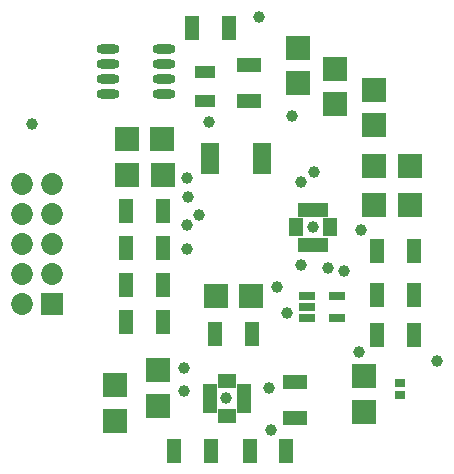
<source format=gts>
G04*
G04 #@! TF.GenerationSoftware,Altium Limited,Altium Designer,23.4.1 (23)*
G04*
G04 Layer_Color=8388736*
%FSLAX44Y44*%
%MOMM*%
G71*
G04*
G04 #@! TF.SameCoordinates,64D97932-1E9C-4803-83F2-7C732265FDC7*
G04*
G04*
G04 #@! TF.FilePolarity,Negative*
G04*
G01*
G75*
%ADD21R,1.8000X1.0000*%
%ADD29R,0.9032X0.8032*%
%ADD30R,2.0432X2.0032*%
%ADD31R,0.5032X1.2032*%
%ADD32R,1.2032X0.5032*%
%ADD33O,1.9532X0.8032*%
%ADD34R,2.0032X2.0432*%
%ADD35R,1.3532X0.8032*%
%ADD36R,1.6032X0.6532*%
%ADD37R,1.2032X2.0032*%
%ADD38R,2.0032X1.2032*%
%ADD39R,0.5032X1.3032*%
%ADD40R,1.3032X0.5032*%
%ADD41C,1.8532*%
%ADD42R,1.8532X1.8532*%
%ADD43C,1.0032*%
D21*
X186690Y371910D02*
D03*
Y346910D02*
D03*
D29*
X351790Y97870D02*
D03*
Y107870D02*
D03*
D30*
X321310Y114060D02*
D03*
Y84060D02*
D03*
X110490Y106440D02*
D03*
Y76440D02*
D03*
X147320Y119140D02*
D03*
Y89140D02*
D03*
X297180Y344410D02*
D03*
Y374410D02*
D03*
X265430Y362190D02*
D03*
Y392190D02*
D03*
X330200Y326630D02*
D03*
Y356630D02*
D03*
D31*
X200740Y109790D02*
D03*
X205740D02*
D03*
X210740D02*
D03*
Y80710D02*
D03*
X205740D02*
D03*
X200740D02*
D03*
D32*
X220280Y105250D02*
D03*
Y90250D02*
D03*
Y85250D02*
D03*
X191200D02*
D03*
Y90250D02*
D03*
Y95250D02*
D03*
Y100250D02*
D03*
Y105250D02*
D03*
X220280Y100250D02*
D03*
Y95250D02*
D03*
D33*
X152020Y353060D02*
D03*
Y365760D02*
D03*
Y378460D02*
D03*
Y391160D02*
D03*
X104520Y353060D02*
D03*
Y365760D02*
D03*
Y378460D02*
D03*
Y391160D02*
D03*
D34*
X330230Y258963D02*
D03*
X360230D02*
D03*
X330230Y291664D02*
D03*
X360230D02*
D03*
X225820Y181610D02*
D03*
X195820D02*
D03*
X150890Y315061D02*
D03*
X120890D02*
D03*
X151020Y284253D02*
D03*
X121020D02*
D03*
D35*
X298250Y182220D02*
D03*
Y163220D02*
D03*
X273250D02*
D03*
Y172720D02*
D03*
Y182220D02*
D03*
D36*
X235360Y308200D02*
D03*
Y301700D02*
D03*
Y295200D02*
D03*
Y288700D02*
D03*
X191360D02*
D03*
Y295200D02*
D03*
Y301700D02*
D03*
Y308200D02*
D03*
D37*
X224790Y50800D02*
D03*
X255790D02*
D03*
X192030D02*
D03*
X161030D02*
D03*
X363480Y182360D02*
D03*
X332480D02*
D03*
X363480Y219710D02*
D03*
X332480D02*
D03*
Y148517D02*
D03*
X363480D02*
D03*
X195320Y149860D02*
D03*
X226320D02*
D03*
X151390Y191142D02*
D03*
X120390D02*
D03*
Y254000D02*
D03*
X151390D02*
D03*
X176270Y408940D02*
D03*
X207270D02*
D03*
X151390Y160020D02*
D03*
X120390D02*
D03*
Y222849D02*
D03*
X151390D02*
D03*
D38*
X262890Y78480D02*
D03*
Y109480D02*
D03*
X224162Y377660D02*
D03*
Y346660D02*
D03*
D39*
X268130Y254570D02*
D03*
X273130D02*
D03*
X278130D02*
D03*
X283130D02*
D03*
X288130D02*
D03*
X268130Y225490D02*
D03*
X273130D02*
D03*
X278130D02*
D03*
X283130D02*
D03*
X288130D02*
D03*
D40*
X263590Y235030D02*
D03*
Y240030D02*
D03*
Y245030D02*
D03*
X292670Y240030D02*
D03*
Y245030D02*
D03*
Y235030D02*
D03*
D41*
X31750Y200660D02*
D03*
X57150D02*
D03*
X31750Y175260D02*
D03*
X57150Y226060D02*
D03*
X31750D02*
D03*
X57150Y251460D02*
D03*
Y276860D02*
D03*
X31750Y251460D02*
D03*
Y276860D02*
D03*
D42*
X57150Y175260D02*
D03*
D43*
X267970Y278130D02*
D03*
X279400Y287020D02*
D03*
X260350Y334010D02*
D03*
X317500Y134620D02*
D03*
X256540Y167640D02*
D03*
X247650Y189230D02*
D03*
X40640Y327660D02*
D03*
X204470Y95250D02*
D03*
X278130Y240030D02*
D03*
X181610Y250190D02*
D03*
X232410Y417830D02*
D03*
X318770Y237490D02*
D03*
X383540Y127000D02*
D03*
X241300Y104140D02*
D03*
X242570Y68580D02*
D03*
X290830Y205740D02*
D03*
X304800Y203200D02*
D03*
X190500Y328930D02*
D03*
X171580Y281713D02*
D03*
X172720Y265531D02*
D03*
X171450Y241899D02*
D03*
Y221622D02*
D03*
X267970Y208280D02*
D03*
X168910Y101600D02*
D03*
Y120650D02*
D03*
M02*

</source>
